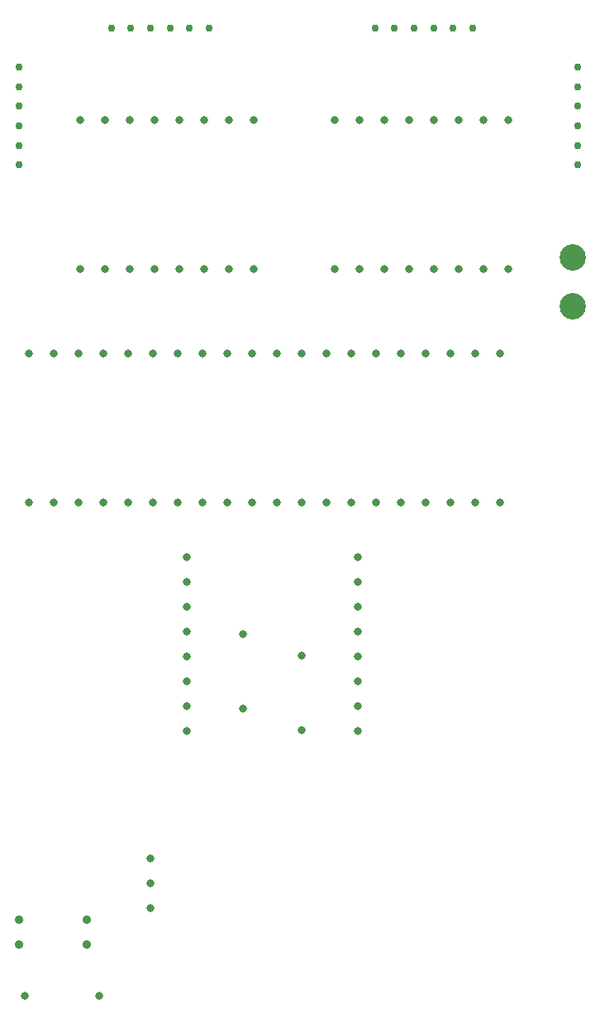
<source format=gbr>
%TF.GenerationSoftware,KiCad,Pcbnew,9.0.5*%
%TF.CreationDate,2025-10-17T20:57:41+01:00*%
%TF.ProjectId,Board,426f6172-642e-46b6-9963-61645f706362,v1*%
%TF.SameCoordinates,Original*%
%TF.FileFunction,Plated,1,2,PTH,Drill*%
%TF.FilePolarity,Positive*%
%FSLAX46Y46*%
G04 Gerber Fmt 4.6, Leading zero omitted, Abs format (unit mm)*
G04 Created by KiCad (PCBNEW 9.0.5) date 2025-10-17 20:57:41*
%MOMM*%
%LPD*%
G01*
G04 APERTURE LIST*
%TA.AperFunction,ComponentDrill*%
%ADD10C,0.750000*%
%TD*%
%TA.AperFunction,ComponentDrill*%
%ADD11C,0.800000*%
%TD*%
%TA.AperFunction,ComponentDrill*%
%ADD12C,0.900000*%
%TD*%
%TA.AperFunction,ComponentDrill*%
%ADD13C,2.700000*%
%TD*%
G04 APERTURE END LIST*
D10*
%TO.C,MJ1*%
X109000000Y-47000000D03*
X109000000Y-49000000D03*
X109000000Y-51000000D03*
X109000000Y-53000000D03*
X109000000Y-55000000D03*
X109000000Y-57000000D03*
%TO.C,MJ3*%
X118500000Y-43000000D03*
X120500000Y-43000000D03*
X122500000Y-43000000D03*
X124500000Y-43000000D03*
X126500000Y-43000000D03*
X128500000Y-43000000D03*
%TO.C,MJ4*%
X145500000Y-43000000D03*
X147500000Y-43000000D03*
X149500000Y-43000000D03*
X151500000Y-43000000D03*
X153500000Y-43000000D03*
X155500000Y-43000000D03*
%TO.C,MJ2*%
X166250000Y-47000000D03*
X166250000Y-49000000D03*
X166250000Y-51000000D03*
X166250000Y-53000000D03*
X166250000Y-55000000D03*
X166250000Y-57000000D03*
D11*
%TO.C,R1*%
X109647540Y-141972470D03*
%TO.C,U1*%
X110060000Y-76280000D03*
X110060000Y-91500000D03*
X112600000Y-76280000D03*
X112600000Y-91500000D03*
X115140000Y-76280000D03*
X115140000Y-91500000D03*
%TO.C,DR1*%
X115260000Y-52380000D03*
X115260000Y-67620000D03*
%TO.C,R1*%
X117267540Y-141972470D03*
%TO.C,U1*%
X117680000Y-76280000D03*
X117680000Y-91500000D03*
%TO.C,DR1*%
X117800000Y-52380000D03*
X117800000Y-67620000D03*
%TO.C,U1*%
X120220000Y-76280000D03*
X120220000Y-91500000D03*
%TO.C,DR1*%
X120340000Y-52380000D03*
X120340000Y-67620000D03*
%TO.C,RS1*%
X122462868Y-127961715D03*
X122462868Y-130501715D03*
X122462868Y-133041715D03*
%TO.C,U1*%
X122760000Y-76280000D03*
X122760000Y-91500000D03*
%TO.C,DR1*%
X122880000Y-52380000D03*
X122880000Y-67620000D03*
%TO.C,U1*%
X125300000Y-76280000D03*
X125300000Y-91500000D03*
%TO.C,DR1*%
X125420000Y-52380000D03*
X125420000Y-67620000D03*
%TO.C,S1*%
X126250000Y-97110000D03*
X126250000Y-99650000D03*
X126250000Y-102190000D03*
X126250000Y-104730000D03*
X126250000Y-107270000D03*
X126250000Y-109810000D03*
X126250000Y-112350000D03*
X126250000Y-114890000D03*
%TO.C,U1*%
X127840000Y-76280000D03*
X127840000Y-91500000D03*
%TO.C,DR1*%
X127960000Y-52380000D03*
X127960000Y-67620000D03*
%TO.C,U1*%
X130380000Y-76280000D03*
X130380000Y-91500000D03*
%TO.C,DR1*%
X130500000Y-52380000D03*
X130500000Y-67620000D03*
%TO.C,R2*%
X131975312Y-104978279D03*
X131975312Y-112598279D03*
%TO.C,U1*%
X132920000Y-76280000D03*
X132920000Y-91500000D03*
%TO.C,DR1*%
X133040000Y-52380000D03*
X133040000Y-67620000D03*
%TO.C,U1*%
X135460000Y-76280000D03*
X135460000Y-91500000D03*
X138000000Y-76280000D03*
X138000000Y-91500000D03*
%TO.C,R3*%
X138000000Y-107190000D03*
X138000000Y-114810000D03*
%TO.C,U1*%
X140540000Y-76280000D03*
X140540000Y-91500000D03*
%TO.C,DR2*%
X141350000Y-52380000D03*
X141350000Y-67620000D03*
%TO.C,U1*%
X143080000Y-76280000D03*
X143080000Y-91500000D03*
%TO.C,S2*%
X143750000Y-97110000D03*
X143750000Y-99650000D03*
X143750000Y-102190000D03*
X143750000Y-104730000D03*
X143750000Y-107270000D03*
X143750000Y-109810000D03*
X143750000Y-112350000D03*
X143750000Y-114890000D03*
%TO.C,DR2*%
X143890000Y-52380000D03*
X143890000Y-67620000D03*
%TO.C,U1*%
X145620000Y-76280000D03*
X145620000Y-91500000D03*
%TO.C,DR2*%
X146430000Y-52380000D03*
X146430000Y-67620000D03*
%TO.C,U1*%
X148160000Y-76280000D03*
X148160000Y-91500000D03*
%TO.C,DR2*%
X148970000Y-52380000D03*
X148970000Y-67620000D03*
%TO.C,U1*%
X150700000Y-76280000D03*
X150700000Y-91500000D03*
%TO.C,DR2*%
X151510000Y-52380000D03*
X151510000Y-67620000D03*
%TO.C,U1*%
X153240000Y-76280000D03*
X153240000Y-91500000D03*
%TO.C,DR2*%
X154050000Y-52380000D03*
X154050000Y-67620000D03*
%TO.C,U1*%
X155780000Y-76280000D03*
X155780000Y-91500000D03*
%TO.C,DR2*%
X156590000Y-52380000D03*
X156590000Y-67620000D03*
%TO.C,U1*%
X158320000Y-76280000D03*
X158320000Y-91500000D03*
%TO.C,DR2*%
X159130000Y-52380000D03*
X159130000Y-67620000D03*
D12*
%TO.C,D1*%
X108999691Y-134219430D03*
X108999691Y-136759430D03*
%TO.C,D2*%
X115994869Y-134219430D03*
X115994869Y-136759430D03*
D13*
%TO.C,J1*%
X165750000Y-66500000D03*
X165750000Y-71500000D03*
M02*

</source>
